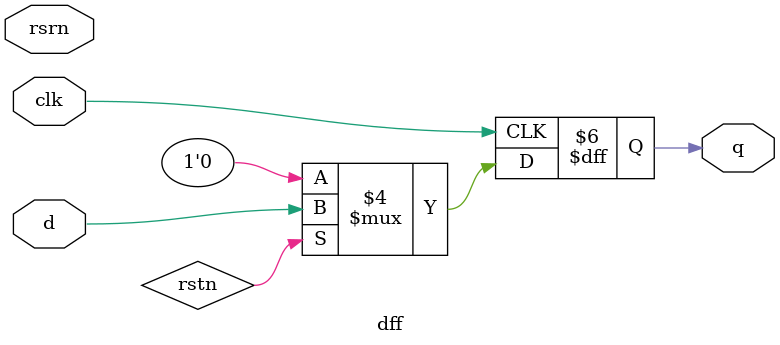
<source format=v>
module dff (input  d,
                    rsrn,
                    clk,
            output q);
    reg q;

    always @(posedge clk) begin
        if (!rstn)
            q <= 0;
        else
            q <= d;
    end
endmodule
</source>
